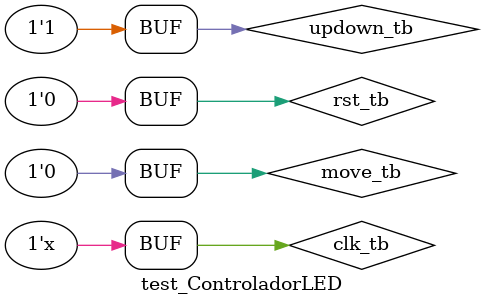
<source format=v>
`timescale 10ns / 1ns


module test_ControladorLED();
    reg updown_tb;
    reg move_tb;
    reg rst_tb;
    reg clk_tb;
    wire led1_tb;
    wire led2_tb;
    wire led3_tb;
    wire led4_tb;

    initial
    begin
        clk_tb = 0;
        move_tb = 0;
        updown_tb = 0;
        rst_tb = 1;

        #2
        rst_tb = 0;
        
        #50000000
        move_tb = 1;
        #20
        move_tb = 0;
      
        #50000000
        
        updown_tb = 1;
        move_tb = 1;
        #2
        move_tb = 0;
        
        #50000000;
    end
    
    always
    begin
        #0.5
        clk_tb = ~ clk_tb;
    end
   
    
    controladorLED controladorLED(updown_tb, move_tb, rst_tb, clk_tb, led1_tb, led2_tb, led3_tb, led4_tb);
    
endmodule

</source>
